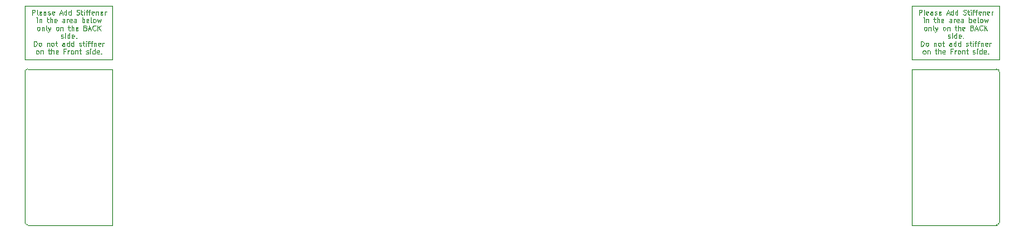
<source format=gbr>
%TF.GenerationSoftware,KiCad,Pcbnew,8.0.1*%
%TF.CreationDate,2024-12-29T01:01:08+09:00*%
%TF.ProjectId,FPC-MD-Main-002-20241229,4650432d-4d44-42d4-9d61-696e2d303032,rev?*%
%TF.SameCoordinates,Original*%
%TF.FileFunction,Other,Comment*%
%FSLAX46Y46*%
G04 Gerber Fmt 4.6, Leading zero omitted, Abs format (unit mm)*
G04 Created by KiCad (PCBNEW 8.0.1) date 2024-12-29 01:01:08*
%MOMM*%
%LPD*%
G01*
G04 APERTURE LIST*
%ADD10C,0.075000*%
%ADD11C,0.100000*%
G04 APERTURE END LIST*
D10*
X91738097Y13605090D02*
X91738097Y14105090D01*
X91738097Y14105090D02*
X91928573Y14105090D01*
X91928573Y14105090D02*
X91976192Y14081280D01*
X91976192Y14081280D02*
X92000002Y14057471D01*
X92000002Y14057471D02*
X92023811Y14009852D01*
X92023811Y14009852D02*
X92023811Y13938423D01*
X92023811Y13938423D02*
X92000002Y13890804D01*
X92000002Y13890804D02*
X91976192Y13866995D01*
X91976192Y13866995D02*
X91928573Y13843185D01*
X91928573Y13843185D02*
X91738097Y13843185D01*
X92309526Y13605090D02*
X92261907Y13628900D01*
X92261907Y13628900D02*
X92238097Y13676519D01*
X92238097Y13676519D02*
X92238097Y14105090D01*
X92690478Y13628900D02*
X92642859Y13605090D01*
X92642859Y13605090D02*
X92547621Y13605090D01*
X92547621Y13605090D02*
X92500002Y13628900D01*
X92500002Y13628900D02*
X92476193Y13676519D01*
X92476193Y13676519D02*
X92476193Y13866995D01*
X92476193Y13866995D02*
X92500002Y13914614D01*
X92500002Y13914614D02*
X92547621Y13938423D01*
X92547621Y13938423D02*
X92642859Y13938423D01*
X92642859Y13938423D02*
X92690478Y13914614D01*
X92690478Y13914614D02*
X92714288Y13866995D01*
X92714288Y13866995D02*
X92714288Y13819376D01*
X92714288Y13819376D02*
X92476193Y13771757D01*
X93142859Y13605090D02*
X93142859Y13866995D01*
X93142859Y13866995D02*
X93119049Y13914614D01*
X93119049Y13914614D02*
X93071430Y13938423D01*
X93071430Y13938423D02*
X92976192Y13938423D01*
X92976192Y13938423D02*
X92928573Y13914614D01*
X93142859Y13628900D02*
X93095240Y13605090D01*
X93095240Y13605090D02*
X92976192Y13605090D01*
X92976192Y13605090D02*
X92928573Y13628900D01*
X92928573Y13628900D02*
X92904764Y13676519D01*
X92904764Y13676519D02*
X92904764Y13724138D01*
X92904764Y13724138D02*
X92928573Y13771757D01*
X92928573Y13771757D02*
X92976192Y13795566D01*
X92976192Y13795566D02*
X93095240Y13795566D01*
X93095240Y13795566D02*
X93142859Y13819376D01*
X93357145Y13628900D02*
X93404764Y13605090D01*
X93404764Y13605090D02*
X93500002Y13605090D01*
X93500002Y13605090D02*
X93547621Y13628900D01*
X93547621Y13628900D02*
X93571430Y13676519D01*
X93571430Y13676519D02*
X93571430Y13700328D01*
X93571430Y13700328D02*
X93547621Y13747947D01*
X93547621Y13747947D02*
X93500002Y13771757D01*
X93500002Y13771757D02*
X93428573Y13771757D01*
X93428573Y13771757D02*
X93380954Y13795566D01*
X93380954Y13795566D02*
X93357145Y13843185D01*
X93357145Y13843185D02*
X93357145Y13866995D01*
X93357145Y13866995D02*
X93380954Y13914614D01*
X93380954Y13914614D02*
X93428573Y13938423D01*
X93428573Y13938423D02*
X93500002Y13938423D01*
X93500002Y13938423D02*
X93547621Y13914614D01*
X93976192Y13628900D02*
X93928573Y13605090D01*
X93928573Y13605090D02*
X93833335Y13605090D01*
X93833335Y13605090D02*
X93785716Y13628900D01*
X93785716Y13628900D02*
X93761907Y13676519D01*
X93761907Y13676519D02*
X93761907Y13866995D01*
X93761907Y13866995D02*
X93785716Y13914614D01*
X93785716Y13914614D02*
X93833335Y13938423D01*
X93833335Y13938423D02*
X93928573Y13938423D01*
X93928573Y13938423D02*
X93976192Y13914614D01*
X93976192Y13914614D02*
X94000002Y13866995D01*
X94000002Y13866995D02*
X94000002Y13819376D01*
X94000002Y13819376D02*
X93761907Y13771757D01*
X94571430Y13747947D02*
X94809525Y13747947D01*
X94523811Y13605090D02*
X94690477Y14105090D01*
X94690477Y14105090D02*
X94857144Y13605090D01*
X95238096Y13605090D02*
X95238096Y14105090D01*
X95238096Y13628900D02*
X95190477Y13605090D01*
X95190477Y13605090D02*
X95095239Y13605090D01*
X95095239Y13605090D02*
X95047620Y13628900D01*
X95047620Y13628900D02*
X95023810Y13652709D01*
X95023810Y13652709D02*
X95000001Y13700328D01*
X95000001Y13700328D02*
X95000001Y13843185D01*
X95000001Y13843185D02*
X95023810Y13890804D01*
X95023810Y13890804D02*
X95047620Y13914614D01*
X95047620Y13914614D02*
X95095239Y13938423D01*
X95095239Y13938423D02*
X95190477Y13938423D01*
X95190477Y13938423D02*
X95238096Y13914614D01*
X95690477Y13605090D02*
X95690477Y14105090D01*
X95690477Y13628900D02*
X95642858Y13605090D01*
X95642858Y13605090D02*
X95547620Y13605090D01*
X95547620Y13605090D02*
X95500001Y13628900D01*
X95500001Y13628900D02*
X95476191Y13652709D01*
X95476191Y13652709D02*
X95452382Y13700328D01*
X95452382Y13700328D02*
X95452382Y13843185D01*
X95452382Y13843185D02*
X95476191Y13890804D01*
X95476191Y13890804D02*
X95500001Y13914614D01*
X95500001Y13914614D02*
X95547620Y13938423D01*
X95547620Y13938423D02*
X95642858Y13938423D01*
X95642858Y13938423D02*
X95690477Y13914614D01*
X96285715Y13628900D02*
X96357143Y13605090D01*
X96357143Y13605090D02*
X96476191Y13605090D01*
X96476191Y13605090D02*
X96523810Y13628900D01*
X96523810Y13628900D02*
X96547619Y13652709D01*
X96547619Y13652709D02*
X96571429Y13700328D01*
X96571429Y13700328D02*
X96571429Y13747947D01*
X96571429Y13747947D02*
X96547619Y13795566D01*
X96547619Y13795566D02*
X96523810Y13819376D01*
X96523810Y13819376D02*
X96476191Y13843185D01*
X96476191Y13843185D02*
X96380953Y13866995D01*
X96380953Y13866995D02*
X96333334Y13890804D01*
X96333334Y13890804D02*
X96309524Y13914614D01*
X96309524Y13914614D02*
X96285715Y13962233D01*
X96285715Y13962233D02*
X96285715Y14009852D01*
X96285715Y14009852D02*
X96309524Y14057471D01*
X96309524Y14057471D02*
X96333334Y14081280D01*
X96333334Y14081280D02*
X96380953Y14105090D01*
X96380953Y14105090D02*
X96500000Y14105090D01*
X96500000Y14105090D02*
X96571429Y14081280D01*
X96714286Y13938423D02*
X96904762Y13938423D01*
X96785714Y14105090D02*
X96785714Y13676519D01*
X96785714Y13676519D02*
X96809524Y13628900D01*
X96809524Y13628900D02*
X96857143Y13605090D01*
X96857143Y13605090D02*
X96904762Y13605090D01*
X97071428Y13605090D02*
X97071428Y13938423D01*
X97071428Y14105090D02*
X97047619Y14081280D01*
X97047619Y14081280D02*
X97071428Y14057471D01*
X97071428Y14057471D02*
X97095238Y14081280D01*
X97095238Y14081280D02*
X97071428Y14105090D01*
X97071428Y14105090D02*
X97071428Y14057471D01*
X97238095Y13938423D02*
X97428571Y13938423D01*
X97309523Y13605090D02*
X97309523Y14033661D01*
X97309523Y14033661D02*
X97333333Y14081280D01*
X97333333Y14081280D02*
X97380952Y14105090D01*
X97380952Y14105090D02*
X97428571Y14105090D01*
X97523809Y13938423D02*
X97714285Y13938423D01*
X97595237Y13605090D02*
X97595237Y14033661D01*
X97595237Y14033661D02*
X97619047Y14081280D01*
X97619047Y14081280D02*
X97666666Y14105090D01*
X97666666Y14105090D02*
X97714285Y14105090D01*
X98071427Y13628900D02*
X98023808Y13605090D01*
X98023808Y13605090D02*
X97928570Y13605090D01*
X97928570Y13605090D02*
X97880951Y13628900D01*
X97880951Y13628900D02*
X97857142Y13676519D01*
X97857142Y13676519D02*
X97857142Y13866995D01*
X97857142Y13866995D02*
X97880951Y13914614D01*
X97880951Y13914614D02*
X97928570Y13938423D01*
X97928570Y13938423D02*
X98023808Y13938423D01*
X98023808Y13938423D02*
X98071427Y13914614D01*
X98071427Y13914614D02*
X98095237Y13866995D01*
X98095237Y13866995D02*
X98095237Y13819376D01*
X98095237Y13819376D02*
X97857142Y13771757D01*
X98309522Y13938423D02*
X98309522Y13605090D01*
X98309522Y13890804D02*
X98333332Y13914614D01*
X98333332Y13914614D02*
X98380951Y13938423D01*
X98380951Y13938423D02*
X98452379Y13938423D01*
X98452379Y13938423D02*
X98499998Y13914614D01*
X98499998Y13914614D02*
X98523808Y13866995D01*
X98523808Y13866995D02*
X98523808Y13605090D01*
X98952379Y13628900D02*
X98904760Y13605090D01*
X98904760Y13605090D02*
X98809522Y13605090D01*
X98809522Y13605090D02*
X98761903Y13628900D01*
X98761903Y13628900D02*
X98738094Y13676519D01*
X98738094Y13676519D02*
X98738094Y13866995D01*
X98738094Y13866995D02*
X98761903Y13914614D01*
X98761903Y13914614D02*
X98809522Y13938423D01*
X98809522Y13938423D02*
X98904760Y13938423D01*
X98904760Y13938423D02*
X98952379Y13914614D01*
X98952379Y13914614D02*
X98976189Y13866995D01*
X98976189Y13866995D02*
X98976189Y13819376D01*
X98976189Y13819376D02*
X98738094Y13771757D01*
X99190474Y13605090D02*
X99190474Y13938423D01*
X99190474Y13843185D02*
X99214284Y13890804D01*
X99214284Y13890804D02*
X99238093Y13914614D01*
X99238093Y13914614D02*
X99285712Y13938423D01*
X99285712Y13938423D02*
X99333331Y13938423D01*
X92238096Y12800118D02*
X92238096Y13133451D01*
X92238096Y13300118D02*
X92214287Y13276308D01*
X92214287Y13276308D02*
X92238096Y13252499D01*
X92238096Y13252499D02*
X92261906Y13276308D01*
X92261906Y13276308D02*
X92238096Y13300118D01*
X92238096Y13300118D02*
X92238096Y13252499D01*
X92476191Y13133451D02*
X92476191Y12800118D01*
X92476191Y13085832D02*
X92500001Y13109642D01*
X92500001Y13109642D02*
X92547620Y13133451D01*
X92547620Y13133451D02*
X92619048Y13133451D01*
X92619048Y13133451D02*
X92666667Y13109642D01*
X92666667Y13109642D02*
X92690477Y13062023D01*
X92690477Y13062023D02*
X92690477Y12800118D01*
X93238096Y13133451D02*
X93428572Y13133451D01*
X93309524Y13300118D02*
X93309524Y12871547D01*
X93309524Y12871547D02*
X93333334Y12823928D01*
X93333334Y12823928D02*
X93380953Y12800118D01*
X93380953Y12800118D02*
X93428572Y12800118D01*
X93595238Y12800118D02*
X93595238Y13300118D01*
X93809524Y12800118D02*
X93809524Y13062023D01*
X93809524Y13062023D02*
X93785714Y13109642D01*
X93785714Y13109642D02*
X93738095Y13133451D01*
X93738095Y13133451D02*
X93666667Y13133451D01*
X93666667Y13133451D02*
X93619048Y13109642D01*
X93619048Y13109642D02*
X93595238Y13085832D01*
X94238095Y12823928D02*
X94190476Y12800118D01*
X94190476Y12800118D02*
X94095238Y12800118D01*
X94095238Y12800118D02*
X94047619Y12823928D01*
X94047619Y12823928D02*
X94023810Y12871547D01*
X94023810Y12871547D02*
X94023810Y13062023D01*
X94023810Y13062023D02*
X94047619Y13109642D01*
X94047619Y13109642D02*
X94095238Y13133451D01*
X94095238Y13133451D02*
X94190476Y13133451D01*
X94190476Y13133451D02*
X94238095Y13109642D01*
X94238095Y13109642D02*
X94261905Y13062023D01*
X94261905Y13062023D02*
X94261905Y13014404D01*
X94261905Y13014404D02*
X94023810Y12966785D01*
X95071428Y12800118D02*
X95071428Y13062023D01*
X95071428Y13062023D02*
X95047618Y13109642D01*
X95047618Y13109642D02*
X94999999Y13133451D01*
X94999999Y13133451D02*
X94904761Y13133451D01*
X94904761Y13133451D02*
X94857142Y13109642D01*
X95071428Y12823928D02*
X95023809Y12800118D01*
X95023809Y12800118D02*
X94904761Y12800118D01*
X94904761Y12800118D02*
X94857142Y12823928D01*
X94857142Y12823928D02*
X94833333Y12871547D01*
X94833333Y12871547D02*
X94833333Y12919166D01*
X94833333Y12919166D02*
X94857142Y12966785D01*
X94857142Y12966785D02*
X94904761Y12990594D01*
X94904761Y12990594D02*
X95023809Y12990594D01*
X95023809Y12990594D02*
X95071428Y13014404D01*
X95309523Y12800118D02*
X95309523Y13133451D01*
X95309523Y13038213D02*
X95333333Y13085832D01*
X95333333Y13085832D02*
X95357142Y13109642D01*
X95357142Y13109642D02*
X95404761Y13133451D01*
X95404761Y13133451D02*
X95452380Y13133451D01*
X95809523Y12823928D02*
X95761904Y12800118D01*
X95761904Y12800118D02*
X95666666Y12800118D01*
X95666666Y12800118D02*
X95619047Y12823928D01*
X95619047Y12823928D02*
X95595238Y12871547D01*
X95595238Y12871547D02*
X95595238Y13062023D01*
X95595238Y13062023D02*
X95619047Y13109642D01*
X95619047Y13109642D02*
X95666666Y13133451D01*
X95666666Y13133451D02*
X95761904Y13133451D01*
X95761904Y13133451D02*
X95809523Y13109642D01*
X95809523Y13109642D02*
X95833333Y13062023D01*
X95833333Y13062023D02*
X95833333Y13014404D01*
X95833333Y13014404D02*
X95595238Y12966785D01*
X96261904Y12800118D02*
X96261904Y13062023D01*
X96261904Y13062023D02*
X96238094Y13109642D01*
X96238094Y13109642D02*
X96190475Y13133451D01*
X96190475Y13133451D02*
X96095237Y13133451D01*
X96095237Y13133451D02*
X96047618Y13109642D01*
X96261904Y12823928D02*
X96214285Y12800118D01*
X96214285Y12800118D02*
X96095237Y12800118D01*
X96095237Y12800118D02*
X96047618Y12823928D01*
X96047618Y12823928D02*
X96023809Y12871547D01*
X96023809Y12871547D02*
X96023809Y12919166D01*
X96023809Y12919166D02*
X96047618Y12966785D01*
X96047618Y12966785D02*
X96095237Y12990594D01*
X96095237Y12990594D02*
X96214285Y12990594D01*
X96214285Y12990594D02*
X96261904Y13014404D01*
X96880951Y12800118D02*
X96880951Y13300118D01*
X96880951Y13109642D02*
X96928570Y13133451D01*
X96928570Y13133451D02*
X97023808Y13133451D01*
X97023808Y13133451D02*
X97071427Y13109642D01*
X97071427Y13109642D02*
X97095237Y13085832D01*
X97095237Y13085832D02*
X97119046Y13038213D01*
X97119046Y13038213D02*
X97119046Y12895356D01*
X97119046Y12895356D02*
X97095237Y12847737D01*
X97095237Y12847737D02*
X97071427Y12823928D01*
X97071427Y12823928D02*
X97023808Y12800118D01*
X97023808Y12800118D02*
X96928570Y12800118D01*
X96928570Y12800118D02*
X96880951Y12823928D01*
X97523808Y12823928D02*
X97476189Y12800118D01*
X97476189Y12800118D02*
X97380951Y12800118D01*
X97380951Y12800118D02*
X97333332Y12823928D01*
X97333332Y12823928D02*
X97309523Y12871547D01*
X97309523Y12871547D02*
X97309523Y13062023D01*
X97309523Y13062023D02*
X97333332Y13109642D01*
X97333332Y13109642D02*
X97380951Y13133451D01*
X97380951Y13133451D02*
X97476189Y13133451D01*
X97476189Y13133451D02*
X97523808Y13109642D01*
X97523808Y13109642D02*
X97547618Y13062023D01*
X97547618Y13062023D02*
X97547618Y13014404D01*
X97547618Y13014404D02*
X97309523Y12966785D01*
X97833332Y12800118D02*
X97785713Y12823928D01*
X97785713Y12823928D02*
X97761903Y12871547D01*
X97761903Y12871547D02*
X97761903Y13300118D01*
X98095237Y12800118D02*
X98047618Y12823928D01*
X98047618Y12823928D02*
X98023808Y12847737D01*
X98023808Y12847737D02*
X97999999Y12895356D01*
X97999999Y12895356D02*
X97999999Y13038213D01*
X97999999Y13038213D02*
X98023808Y13085832D01*
X98023808Y13085832D02*
X98047618Y13109642D01*
X98047618Y13109642D02*
X98095237Y13133451D01*
X98095237Y13133451D02*
X98166665Y13133451D01*
X98166665Y13133451D02*
X98214284Y13109642D01*
X98214284Y13109642D02*
X98238094Y13085832D01*
X98238094Y13085832D02*
X98261903Y13038213D01*
X98261903Y13038213D02*
X98261903Y12895356D01*
X98261903Y12895356D02*
X98238094Y12847737D01*
X98238094Y12847737D02*
X98214284Y12823928D01*
X98214284Y12823928D02*
X98166665Y12800118D01*
X98166665Y12800118D02*
X98095237Y12800118D01*
X98428570Y13133451D02*
X98523808Y12800118D01*
X98523808Y12800118D02*
X98619046Y13038213D01*
X98619046Y13038213D02*
X98714284Y12800118D01*
X98714284Y12800118D02*
X98809522Y13133451D01*
X92345239Y11995146D02*
X92297620Y12018956D01*
X92297620Y12018956D02*
X92273810Y12042765D01*
X92273810Y12042765D02*
X92250001Y12090384D01*
X92250001Y12090384D02*
X92250001Y12233241D01*
X92250001Y12233241D02*
X92273810Y12280860D01*
X92273810Y12280860D02*
X92297620Y12304670D01*
X92297620Y12304670D02*
X92345239Y12328479D01*
X92345239Y12328479D02*
X92416667Y12328479D01*
X92416667Y12328479D02*
X92464286Y12304670D01*
X92464286Y12304670D02*
X92488096Y12280860D01*
X92488096Y12280860D02*
X92511905Y12233241D01*
X92511905Y12233241D02*
X92511905Y12090384D01*
X92511905Y12090384D02*
X92488096Y12042765D01*
X92488096Y12042765D02*
X92464286Y12018956D01*
X92464286Y12018956D02*
X92416667Y11995146D01*
X92416667Y11995146D02*
X92345239Y11995146D01*
X92726191Y12328479D02*
X92726191Y11995146D01*
X92726191Y12280860D02*
X92750001Y12304670D01*
X92750001Y12304670D02*
X92797620Y12328479D01*
X92797620Y12328479D02*
X92869048Y12328479D01*
X92869048Y12328479D02*
X92916667Y12304670D01*
X92916667Y12304670D02*
X92940477Y12257051D01*
X92940477Y12257051D02*
X92940477Y11995146D01*
X93250001Y11995146D02*
X93202382Y12018956D01*
X93202382Y12018956D02*
X93178572Y12066575D01*
X93178572Y12066575D02*
X93178572Y12495146D01*
X93392858Y12328479D02*
X93511906Y11995146D01*
X93630953Y12328479D02*
X93511906Y11995146D01*
X93511906Y11995146D02*
X93464287Y11876098D01*
X93464287Y11876098D02*
X93440477Y11852289D01*
X93440477Y11852289D02*
X93392858Y11828479D01*
X94273810Y11995146D02*
X94226191Y12018956D01*
X94226191Y12018956D02*
X94202381Y12042765D01*
X94202381Y12042765D02*
X94178572Y12090384D01*
X94178572Y12090384D02*
X94178572Y12233241D01*
X94178572Y12233241D02*
X94202381Y12280860D01*
X94202381Y12280860D02*
X94226191Y12304670D01*
X94226191Y12304670D02*
X94273810Y12328479D01*
X94273810Y12328479D02*
X94345238Y12328479D01*
X94345238Y12328479D02*
X94392857Y12304670D01*
X94392857Y12304670D02*
X94416667Y12280860D01*
X94416667Y12280860D02*
X94440476Y12233241D01*
X94440476Y12233241D02*
X94440476Y12090384D01*
X94440476Y12090384D02*
X94416667Y12042765D01*
X94416667Y12042765D02*
X94392857Y12018956D01*
X94392857Y12018956D02*
X94345238Y11995146D01*
X94345238Y11995146D02*
X94273810Y11995146D01*
X94654762Y12328479D02*
X94654762Y11995146D01*
X94654762Y12280860D02*
X94678572Y12304670D01*
X94678572Y12304670D02*
X94726191Y12328479D01*
X94726191Y12328479D02*
X94797619Y12328479D01*
X94797619Y12328479D02*
X94845238Y12304670D01*
X94845238Y12304670D02*
X94869048Y12257051D01*
X94869048Y12257051D02*
X94869048Y11995146D01*
X95416667Y12328479D02*
X95607143Y12328479D01*
X95488095Y12495146D02*
X95488095Y12066575D01*
X95488095Y12066575D02*
X95511905Y12018956D01*
X95511905Y12018956D02*
X95559524Y11995146D01*
X95559524Y11995146D02*
X95607143Y11995146D01*
X95773809Y11995146D02*
X95773809Y12495146D01*
X95988095Y11995146D02*
X95988095Y12257051D01*
X95988095Y12257051D02*
X95964285Y12304670D01*
X95964285Y12304670D02*
X95916666Y12328479D01*
X95916666Y12328479D02*
X95845238Y12328479D01*
X95845238Y12328479D02*
X95797619Y12304670D01*
X95797619Y12304670D02*
X95773809Y12280860D01*
X96416666Y12018956D02*
X96369047Y11995146D01*
X96369047Y11995146D02*
X96273809Y11995146D01*
X96273809Y11995146D02*
X96226190Y12018956D01*
X96226190Y12018956D02*
X96202381Y12066575D01*
X96202381Y12066575D02*
X96202381Y12257051D01*
X96202381Y12257051D02*
X96226190Y12304670D01*
X96226190Y12304670D02*
X96273809Y12328479D01*
X96273809Y12328479D02*
X96369047Y12328479D01*
X96369047Y12328479D02*
X96416666Y12304670D01*
X96416666Y12304670D02*
X96440476Y12257051D01*
X96440476Y12257051D02*
X96440476Y12209432D01*
X96440476Y12209432D02*
X96202381Y12161813D01*
X97202380Y12257051D02*
X97273808Y12233241D01*
X97273808Y12233241D02*
X97297618Y12209432D01*
X97297618Y12209432D02*
X97321427Y12161813D01*
X97321427Y12161813D02*
X97321427Y12090384D01*
X97321427Y12090384D02*
X97297618Y12042765D01*
X97297618Y12042765D02*
X97273808Y12018956D01*
X97273808Y12018956D02*
X97226189Y11995146D01*
X97226189Y11995146D02*
X97035713Y11995146D01*
X97035713Y11995146D02*
X97035713Y12495146D01*
X97035713Y12495146D02*
X97202380Y12495146D01*
X97202380Y12495146D02*
X97249999Y12471336D01*
X97249999Y12471336D02*
X97273808Y12447527D01*
X97273808Y12447527D02*
X97297618Y12399908D01*
X97297618Y12399908D02*
X97297618Y12352289D01*
X97297618Y12352289D02*
X97273808Y12304670D01*
X97273808Y12304670D02*
X97249999Y12280860D01*
X97249999Y12280860D02*
X97202380Y12257051D01*
X97202380Y12257051D02*
X97035713Y12257051D01*
X97511904Y12138003D02*
X97749999Y12138003D01*
X97464285Y11995146D02*
X97630951Y12495146D01*
X97630951Y12495146D02*
X97797618Y11995146D01*
X98249998Y12042765D02*
X98226189Y12018956D01*
X98226189Y12018956D02*
X98154760Y11995146D01*
X98154760Y11995146D02*
X98107141Y11995146D01*
X98107141Y11995146D02*
X98035713Y12018956D01*
X98035713Y12018956D02*
X97988094Y12066575D01*
X97988094Y12066575D02*
X97964284Y12114194D01*
X97964284Y12114194D02*
X97940475Y12209432D01*
X97940475Y12209432D02*
X97940475Y12280860D01*
X97940475Y12280860D02*
X97964284Y12376098D01*
X97964284Y12376098D02*
X97988094Y12423717D01*
X97988094Y12423717D02*
X98035713Y12471336D01*
X98035713Y12471336D02*
X98107141Y12495146D01*
X98107141Y12495146D02*
X98154760Y12495146D01*
X98154760Y12495146D02*
X98226189Y12471336D01*
X98226189Y12471336D02*
X98249998Y12447527D01*
X98464284Y11995146D02*
X98464284Y12495146D01*
X98749998Y11995146D02*
X98535713Y12280860D01*
X98749998Y12495146D02*
X98464284Y12209432D01*
X94714286Y11213984D02*
X94761905Y11190174D01*
X94761905Y11190174D02*
X94857143Y11190174D01*
X94857143Y11190174D02*
X94904762Y11213984D01*
X94904762Y11213984D02*
X94928571Y11261603D01*
X94928571Y11261603D02*
X94928571Y11285412D01*
X94928571Y11285412D02*
X94904762Y11333031D01*
X94904762Y11333031D02*
X94857143Y11356841D01*
X94857143Y11356841D02*
X94785714Y11356841D01*
X94785714Y11356841D02*
X94738095Y11380650D01*
X94738095Y11380650D02*
X94714286Y11428269D01*
X94714286Y11428269D02*
X94714286Y11452079D01*
X94714286Y11452079D02*
X94738095Y11499698D01*
X94738095Y11499698D02*
X94785714Y11523507D01*
X94785714Y11523507D02*
X94857143Y11523507D01*
X94857143Y11523507D02*
X94904762Y11499698D01*
X95142857Y11190174D02*
X95142857Y11523507D01*
X95142857Y11690174D02*
X95119048Y11666364D01*
X95119048Y11666364D02*
X95142857Y11642555D01*
X95142857Y11642555D02*
X95166667Y11666364D01*
X95166667Y11666364D02*
X95142857Y11690174D01*
X95142857Y11690174D02*
X95142857Y11642555D01*
X95595238Y11190174D02*
X95595238Y11690174D01*
X95595238Y11213984D02*
X95547619Y11190174D01*
X95547619Y11190174D02*
X95452381Y11190174D01*
X95452381Y11190174D02*
X95404762Y11213984D01*
X95404762Y11213984D02*
X95380952Y11237793D01*
X95380952Y11237793D02*
X95357143Y11285412D01*
X95357143Y11285412D02*
X95357143Y11428269D01*
X95357143Y11428269D02*
X95380952Y11475888D01*
X95380952Y11475888D02*
X95404762Y11499698D01*
X95404762Y11499698D02*
X95452381Y11523507D01*
X95452381Y11523507D02*
X95547619Y11523507D01*
X95547619Y11523507D02*
X95595238Y11499698D01*
X96023809Y11213984D02*
X95976190Y11190174D01*
X95976190Y11190174D02*
X95880952Y11190174D01*
X95880952Y11190174D02*
X95833333Y11213984D01*
X95833333Y11213984D02*
X95809524Y11261603D01*
X95809524Y11261603D02*
X95809524Y11452079D01*
X95809524Y11452079D02*
X95833333Y11499698D01*
X95833333Y11499698D02*
X95880952Y11523507D01*
X95880952Y11523507D02*
X95976190Y11523507D01*
X95976190Y11523507D02*
X96023809Y11499698D01*
X96023809Y11499698D02*
X96047619Y11452079D01*
X96047619Y11452079D02*
X96047619Y11404460D01*
X96047619Y11404460D02*
X95809524Y11356841D01*
X96261904Y11237793D02*
X96285714Y11213984D01*
X96285714Y11213984D02*
X96261904Y11190174D01*
X96261904Y11190174D02*
X96238095Y11213984D01*
X96238095Y11213984D02*
X96261904Y11237793D01*
X96261904Y11237793D02*
X96261904Y11190174D01*
X91952382Y10385202D02*
X91952382Y10885202D01*
X91952382Y10885202D02*
X92071430Y10885202D01*
X92071430Y10885202D02*
X92142858Y10861392D01*
X92142858Y10861392D02*
X92190477Y10813773D01*
X92190477Y10813773D02*
X92214287Y10766154D01*
X92214287Y10766154D02*
X92238096Y10670916D01*
X92238096Y10670916D02*
X92238096Y10599488D01*
X92238096Y10599488D02*
X92214287Y10504250D01*
X92214287Y10504250D02*
X92190477Y10456631D01*
X92190477Y10456631D02*
X92142858Y10409012D01*
X92142858Y10409012D02*
X92071430Y10385202D01*
X92071430Y10385202D02*
X91952382Y10385202D01*
X92523811Y10385202D02*
X92476192Y10409012D01*
X92476192Y10409012D02*
X92452382Y10432821D01*
X92452382Y10432821D02*
X92428573Y10480440D01*
X92428573Y10480440D02*
X92428573Y10623297D01*
X92428573Y10623297D02*
X92452382Y10670916D01*
X92452382Y10670916D02*
X92476192Y10694726D01*
X92476192Y10694726D02*
X92523811Y10718535D01*
X92523811Y10718535D02*
X92595239Y10718535D01*
X92595239Y10718535D02*
X92642858Y10694726D01*
X92642858Y10694726D02*
X92666668Y10670916D01*
X92666668Y10670916D02*
X92690477Y10623297D01*
X92690477Y10623297D02*
X92690477Y10480440D01*
X92690477Y10480440D02*
X92666668Y10432821D01*
X92666668Y10432821D02*
X92642858Y10409012D01*
X92642858Y10409012D02*
X92595239Y10385202D01*
X92595239Y10385202D02*
X92523811Y10385202D01*
X93285715Y10718535D02*
X93285715Y10385202D01*
X93285715Y10670916D02*
X93309525Y10694726D01*
X93309525Y10694726D02*
X93357144Y10718535D01*
X93357144Y10718535D02*
X93428572Y10718535D01*
X93428572Y10718535D02*
X93476191Y10694726D01*
X93476191Y10694726D02*
X93500001Y10647107D01*
X93500001Y10647107D02*
X93500001Y10385202D01*
X93809525Y10385202D02*
X93761906Y10409012D01*
X93761906Y10409012D02*
X93738096Y10432821D01*
X93738096Y10432821D02*
X93714287Y10480440D01*
X93714287Y10480440D02*
X93714287Y10623297D01*
X93714287Y10623297D02*
X93738096Y10670916D01*
X93738096Y10670916D02*
X93761906Y10694726D01*
X93761906Y10694726D02*
X93809525Y10718535D01*
X93809525Y10718535D02*
X93880953Y10718535D01*
X93880953Y10718535D02*
X93928572Y10694726D01*
X93928572Y10694726D02*
X93952382Y10670916D01*
X93952382Y10670916D02*
X93976191Y10623297D01*
X93976191Y10623297D02*
X93976191Y10480440D01*
X93976191Y10480440D02*
X93952382Y10432821D01*
X93952382Y10432821D02*
X93928572Y10409012D01*
X93928572Y10409012D02*
X93880953Y10385202D01*
X93880953Y10385202D02*
X93809525Y10385202D01*
X94119049Y10718535D02*
X94309525Y10718535D01*
X94190477Y10885202D02*
X94190477Y10456631D01*
X94190477Y10456631D02*
X94214287Y10409012D01*
X94214287Y10409012D02*
X94261906Y10385202D01*
X94261906Y10385202D02*
X94309525Y10385202D01*
X95071429Y10385202D02*
X95071429Y10647107D01*
X95071429Y10647107D02*
X95047619Y10694726D01*
X95047619Y10694726D02*
X95000000Y10718535D01*
X95000000Y10718535D02*
X94904762Y10718535D01*
X94904762Y10718535D02*
X94857143Y10694726D01*
X95071429Y10409012D02*
X95023810Y10385202D01*
X95023810Y10385202D02*
X94904762Y10385202D01*
X94904762Y10385202D02*
X94857143Y10409012D01*
X94857143Y10409012D02*
X94833334Y10456631D01*
X94833334Y10456631D02*
X94833334Y10504250D01*
X94833334Y10504250D02*
X94857143Y10551869D01*
X94857143Y10551869D02*
X94904762Y10575678D01*
X94904762Y10575678D02*
X95023810Y10575678D01*
X95023810Y10575678D02*
X95071429Y10599488D01*
X95523810Y10385202D02*
X95523810Y10885202D01*
X95523810Y10409012D02*
X95476191Y10385202D01*
X95476191Y10385202D02*
X95380953Y10385202D01*
X95380953Y10385202D02*
X95333334Y10409012D01*
X95333334Y10409012D02*
X95309524Y10432821D01*
X95309524Y10432821D02*
X95285715Y10480440D01*
X95285715Y10480440D02*
X95285715Y10623297D01*
X95285715Y10623297D02*
X95309524Y10670916D01*
X95309524Y10670916D02*
X95333334Y10694726D01*
X95333334Y10694726D02*
X95380953Y10718535D01*
X95380953Y10718535D02*
X95476191Y10718535D01*
X95476191Y10718535D02*
X95523810Y10694726D01*
X95976191Y10385202D02*
X95976191Y10885202D01*
X95976191Y10409012D02*
X95928572Y10385202D01*
X95928572Y10385202D02*
X95833334Y10385202D01*
X95833334Y10385202D02*
X95785715Y10409012D01*
X95785715Y10409012D02*
X95761905Y10432821D01*
X95761905Y10432821D02*
X95738096Y10480440D01*
X95738096Y10480440D02*
X95738096Y10623297D01*
X95738096Y10623297D02*
X95761905Y10670916D01*
X95761905Y10670916D02*
X95785715Y10694726D01*
X95785715Y10694726D02*
X95833334Y10718535D01*
X95833334Y10718535D02*
X95928572Y10718535D01*
X95928572Y10718535D02*
X95976191Y10694726D01*
X96571429Y10409012D02*
X96619048Y10385202D01*
X96619048Y10385202D02*
X96714286Y10385202D01*
X96714286Y10385202D02*
X96761905Y10409012D01*
X96761905Y10409012D02*
X96785714Y10456631D01*
X96785714Y10456631D02*
X96785714Y10480440D01*
X96785714Y10480440D02*
X96761905Y10528059D01*
X96761905Y10528059D02*
X96714286Y10551869D01*
X96714286Y10551869D02*
X96642857Y10551869D01*
X96642857Y10551869D02*
X96595238Y10575678D01*
X96595238Y10575678D02*
X96571429Y10623297D01*
X96571429Y10623297D02*
X96571429Y10647107D01*
X96571429Y10647107D02*
X96595238Y10694726D01*
X96595238Y10694726D02*
X96642857Y10718535D01*
X96642857Y10718535D02*
X96714286Y10718535D01*
X96714286Y10718535D02*
X96761905Y10694726D01*
X96928572Y10718535D02*
X97119048Y10718535D01*
X97000000Y10885202D02*
X97000000Y10456631D01*
X97000000Y10456631D02*
X97023810Y10409012D01*
X97023810Y10409012D02*
X97071429Y10385202D01*
X97071429Y10385202D02*
X97119048Y10385202D01*
X97285714Y10385202D02*
X97285714Y10718535D01*
X97285714Y10885202D02*
X97261905Y10861392D01*
X97261905Y10861392D02*
X97285714Y10837583D01*
X97285714Y10837583D02*
X97309524Y10861392D01*
X97309524Y10861392D02*
X97285714Y10885202D01*
X97285714Y10885202D02*
X97285714Y10837583D01*
X97452381Y10718535D02*
X97642857Y10718535D01*
X97523809Y10385202D02*
X97523809Y10813773D01*
X97523809Y10813773D02*
X97547619Y10861392D01*
X97547619Y10861392D02*
X97595238Y10885202D01*
X97595238Y10885202D02*
X97642857Y10885202D01*
X97738095Y10718535D02*
X97928571Y10718535D01*
X97809523Y10385202D02*
X97809523Y10813773D01*
X97809523Y10813773D02*
X97833333Y10861392D01*
X97833333Y10861392D02*
X97880952Y10885202D01*
X97880952Y10885202D02*
X97928571Y10885202D01*
X98095237Y10718535D02*
X98095237Y10385202D01*
X98095237Y10670916D02*
X98119047Y10694726D01*
X98119047Y10694726D02*
X98166666Y10718535D01*
X98166666Y10718535D02*
X98238094Y10718535D01*
X98238094Y10718535D02*
X98285713Y10694726D01*
X98285713Y10694726D02*
X98309523Y10647107D01*
X98309523Y10647107D02*
X98309523Y10385202D01*
X98738094Y10409012D02*
X98690475Y10385202D01*
X98690475Y10385202D02*
X98595237Y10385202D01*
X98595237Y10385202D02*
X98547618Y10409012D01*
X98547618Y10409012D02*
X98523809Y10456631D01*
X98523809Y10456631D02*
X98523809Y10647107D01*
X98523809Y10647107D02*
X98547618Y10694726D01*
X98547618Y10694726D02*
X98595237Y10718535D01*
X98595237Y10718535D02*
X98690475Y10718535D01*
X98690475Y10718535D02*
X98738094Y10694726D01*
X98738094Y10694726D02*
X98761904Y10647107D01*
X98761904Y10647107D02*
X98761904Y10599488D01*
X98761904Y10599488D02*
X98523809Y10551869D01*
X98976189Y10385202D02*
X98976189Y10718535D01*
X98976189Y10623297D02*
X98999999Y10670916D01*
X98999999Y10670916D02*
X99023808Y10694726D01*
X99023808Y10694726D02*
X99071427Y10718535D01*
X99071427Y10718535D02*
X99119046Y10718535D01*
X92238097Y9580230D02*
X92190478Y9604040D01*
X92190478Y9604040D02*
X92166668Y9627849D01*
X92166668Y9627849D02*
X92142859Y9675468D01*
X92142859Y9675468D02*
X92142859Y9818325D01*
X92142859Y9818325D02*
X92166668Y9865944D01*
X92166668Y9865944D02*
X92190478Y9889754D01*
X92190478Y9889754D02*
X92238097Y9913563D01*
X92238097Y9913563D02*
X92309525Y9913563D01*
X92309525Y9913563D02*
X92357144Y9889754D01*
X92357144Y9889754D02*
X92380954Y9865944D01*
X92380954Y9865944D02*
X92404763Y9818325D01*
X92404763Y9818325D02*
X92404763Y9675468D01*
X92404763Y9675468D02*
X92380954Y9627849D01*
X92380954Y9627849D02*
X92357144Y9604040D01*
X92357144Y9604040D02*
X92309525Y9580230D01*
X92309525Y9580230D02*
X92238097Y9580230D01*
X92619049Y9913563D02*
X92619049Y9580230D01*
X92619049Y9865944D02*
X92642859Y9889754D01*
X92642859Y9889754D02*
X92690478Y9913563D01*
X92690478Y9913563D02*
X92761906Y9913563D01*
X92761906Y9913563D02*
X92809525Y9889754D01*
X92809525Y9889754D02*
X92833335Y9842135D01*
X92833335Y9842135D02*
X92833335Y9580230D01*
X93380954Y9913563D02*
X93571430Y9913563D01*
X93452382Y10080230D02*
X93452382Y9651659D01*
X93452382Y9651659D02*
X93476192Y9604040D01*
X93476192Y9604040D02*
X93523811Y9580230D01*
X93523811Y9580230D02*
X93571430Y9580230D01*
X93738096Y9580230D02*
X93738096Y10080230D01*
X93952382Y9580230D02*
X93952382Y9842135D01*
X93952382Y9842135D02*
X93928572Y9889754D01*
X93928572Y9889754D02*
X93880953Y9913563D01*
X93880953Y9913563D02*
X93809525Y9913563D01*
X93809525Y9913563D02*
X93761906Y9889754D01*
X93761906Y9889754D02*
X93738096Y9865944D01*
X94380953Y9604040D02*
X94333334Y9580230D01*
X94333334Y9580230D02*
X94238096Y9580230D01*
X94238096Y9580230D02*
X94190477Y9604040D01*
X94190477Y9604040D02*
X94166668Y9651659D01*
X94166668Y9651659D02*
X94166668Y9842135D01*
X94166668Y9842135D02*
X94190477Y9889754D01*
X94190477Y9889754D02*
X94238096Y9913563D01*
X94238096Y9913563D02*
X94333334Y9913563D01*
X94333334Y9913563D02*
X94380953Y9889754D01*
X94380953Y9889754D02*
X94404763Y9842135D01*
X94404763Y9842135D02*
X94404763Y9794516D01*
X94404763Y9794516D02*
X94166668Y9746897D01*
X95166667Y9842135D02*
X95000000Y9842135D01*
X95000000Y9580230D02*
X95000000Y10080230D01*
X95000000Y10080230D02*
X95238095Y10080230D01*
X95428571Y9580230D02*
X95428571Y9913563D01*
X95428571Y9818325D02*
X95452381Y9865944D01*
X95452381Y9865944D02*
X95476190Y9889754D01*
X95476190Y9889754D02*
X95523809Y9913563D01*
X95523809Y9913563D02*
X95571428Y9913563D01*
X95809524Y9580230D02*
X95761905Y9604040D01*
X95761905Y9604040D02*
X95738095Y9627849D01*
X95738095Y9627849D02*
X95714286Y9675468D01*
X95714286Y9675468D02*
X95714286Y9818325D01*
X95714286Y9818325D02*
X95738095Y9865944D01*
X95738095Y9865944D02*
X95761905Y9889754D01*
X95761905Y9889754D02*
X95809524Y9913563D01*
X95809524Y9913563D02*
X95880952Y9913563D01*
X95880952Y9913563D02*
X95928571Y9889754D01*
X95928571Y9889754D02*
X95952381Y9865944D01*
X95952381Y9865944D02*
X95976190Y9818325D01*
X95976190Y9818325D02*
X95976190Y9675468D01*
X95976190Y9675468D02*
X95952381Y9627849D01*
X95952381Y9627849D02*
X95928571Y9604040D01*
X95928571Y9604040D02*
X95880952Y9580230D01*
X95880952Y9580230D02*
X95809524Y9580230D01*
X96190476Y9913563D02*
X96190476Y9580230D01*
X96190476Y9865944D02*
X96214286Y9889754D01*
X96214286Y9889754D02*
X96261905Y9913563D01*
X96261905Y9913563D02*
X96333333Y9913563D01*
X96333333Y9913563D02*
X96380952Y9889754D01*
X96380952Y9889754D02*
X96404762Y9842135D01*
X96404762Y9842135D02*
X96404762Y9580230D01*
X96571429Y9913563D02*
X96761905Y9913563D01*
X96642857Y10080230D02*
X96642857Y9651659D01*
X96642857Y9651659D02*
X96666667Y9604040D01*
X96666667Y9604040D02*
X96714286Y9580230D01*
X96714286Y9580230D02*
X96761905Y9580230D01*
X97285714Y9604040D02*
X97333333Y9580230D01*
X97333333Y9580230D02*
X97428571Y9580230D01*
X97428571Y9580230D02*
X97476190Y9604040D01*
X97476190Y9604040D02*
X97499999Y9651659D01*
X97499999Y9651659D02*
X97499999Y9675468D01*
X97499999Y9675468D02*
X97476190Y9723087D01*
X97476190Y9723087D02*
X97428571Y9746897D01*
X97428571Y9746897D02*
X97357142Y9746897D01*
X97357142Y9746897D02*
X97309523Y9770706D01*
X97309523Y9770706D02*
X97285714Y9818325D01*
X97285714Y9818325D02*
X97285714Y9842135D01*
X97285714Y9842135D02*
X97309523Y9889754D01*
X97309523Y9889754D02*
X97357142Y9913563D01*
X97357142Y9913563D02*
X97428571Y9913563D01*
X97428571Y9913563D02*
X97476190Y9889754D01*
X97714285Y9580230D02*
X97714285Y9913563D01*
X97714285Y10080230D02*
X97690476Y10056420D01*
X97690476Y10056420D02*
X97714285Y10032611D01*
X97714285Y10032611D02*
X97738095Y10056420D01*
X97738095Y10056420D02*
X97714285Y10080230D01*
X97714285Y10080230D02*
X97714285Y10032611D01*
X98166666Y9580230D02*
X98166666Y10080230D01*
X98166666Y9604040D02*
X98119047Y9580230D01*
X98119047Y9580230D02*
X98023809Y9580230D01*
X98023809Y9580230D02*
X97976190Y9604040D01*
X97976190Y9604040D02*
X97952380Y9627849D01*
X97952380Y9627849D02*
X97928571Y9675468D01*
X97928571Y9675468D02*
X97928571Y9818325D01*
X97928571Y9818325D02*
X97952380Y9865944D01*
X97952380Y9865944D02*
X97976190Y9889754D01*
X97976190Y9889754D02*
X98023809Y9913563D01*
X98023809Y9913563D02*
X98119047Y9913563D01*
X98119047Y9913563D02*
X98166666Y9889754D01*
X98595237Y9604040D02*
X98547618Y9580230D01*
X98547618Y9580230D02*
X98452380Y9580230D01*
X98452380Y9580230D02*
X98404761Y9604040D01*
X98404761Y9604040D02*
X98380952Y9651659D01*
X98380952Y9651659D02*
X98380952Y9842135D01*
X98380952Y9842135D02*
X98404761Y9889754D01*
X98404761Y9889754D02*
X98452380Y9913563D01*
X98452380Y9913563D02*
X98547618Y9913563D01*
X98547618Y9913563D02*
X98595237Y9889754D01*
X98595237Y9889754D02*
X98619047Y9842135D01*
X98619047Y9842135D02*
X98619047Y9794516D01*
X98619047Y9794516D02*
X98380952Y9746897D01*
X98833332Y9627849D02*
X98857142Y9604040D01*
X98857142Y9604040D02*
X98833332Y9580230D01*
X98833332Y9580230D02*
X98809523Y9604040D01*
X98809523Y9604040D02*
X98833332Y9627849D01*
X98833332Y9627849D02*
X98833332Y9580230D01*
D11*
X91000000Y14500000D02*
X100000000Y14500000D01*
X100000000Y9000000D01*
X91000000Y9000000D01*
X91000000Y14500000D01*
X91000000Y-8000000D02*
X99700000Y-8000000D01*
X99700000Y8000000D02*
G75*
G02*
X100000000Y7700000I0J-300000D01*
G01*
X91000000Y8000000D02*
X91000000Y-8000000D01*
X100000000Y-7700000D02*
G75*
G02*
X99700000Y-8000000I-300000J0D01*
G01*
X99700000Y8000000D02*
X91000000Y8000000D01*
X100000000Y-7700000D02*
X100000000Y7700000D01*
D10*
X738097Y13605090D02*
X738097Y14105090D01*
X738097Y14105090D02*
X928573Y14105090D01*
X928573Y14105090D02*
X976192Y14081280D01*
X976192Y14081280D02*
X1000002Y14057471D01*
X1000002Y14057471D02*
X1023811Y14009852D01*
X1023811Y14009852D02*
X1023811Y13938423D01*
X1023811Y13938423D02*
X1000002Y13890804D01*
X1000002Y13890804D02*
X976192Y13866995D01*
X976192Y13866995D02*
X928573Y13843185D01*
X928573Y13843185D02*
X738097Y13843185D01*
X1309526Y13605090D02*
X1261907Y13628900D01*
X1261907Y13628900D02*
X1238097Y13676519D01*
X1238097Y13676519D02*
X1238097Y14105090D01*
X1690478Y13628900D02*
X1642859Y13605090D01*
X1642859Y13605090D02*
X1547621Y13605090D01*
X1547621Y13605090D02*
X1500002Y13628900D01*
X1500002Y13628900D02*
X1476193Y13676519D01*
X1476193Y13676519D02*
X1476193Y13866995D01*
X1476193Y13866995D02*
X1500002Y13914614D01*
X1500002Y13914614D02*
X1547621Y13938423D01*
X1547621Y13938423D02*
X1642859Y13938423D01*
X1642859Y13938423D02*
X1690478Y13914614D01*
X1690478Y13914614D02*
X1714288Y13866995D01*
X1714288Y13866995D02*
X1714288Y13819376D01*
X1714288Y13819376D02*
X1476193Y13771757D01*
X2142859Y13605090D02*
X2142859Y13866995D01*
X2142859Y13866995D02*
X2119049Y13914614D01*
X2119049Y13914614D02*
X2071430Y13938423D01*
X2071430Y13938423D02*
X1976192Y13938423D01*
X1976192Y13938423D02*
X1928573Y13914614D01*
X2142859Y13628900D02*
X2095240Y13605090D01*
X2095240Y13605090D02*
X1976192Y13605090D01*
X1976192Y13605090D02*
X1928573Y13628900D01*
X1928573Y13628900D02*
X1904764Y13676519D01*
X1904764Y13676519D02*
X1904764Y13724138D01*
X1904764Y13724138D02*
X1928573Y13771757D01*
X1928573Y13771757D02*
X1976192Y13795566D01*
X1976192Y13795566D02*
X2095240Y13795566D01*
X2095240Y13795566D02*
X2142859Y13819376D01*
X2357145Y13628900D02*
X2404764Y13605090D01*
X2404764Y13605090D02*
X2500002Y13605090D01*
X2500002Y13605090D02*
X2547621Y13628900D01*
X2547621Y13628900D02*
X2571430Y13676519D01*
X2571430Y13676519D02*
X2571430Y13700328D01*
X2571430Y13700328D02*
X2547621Y13747947D01*
X2547621Y13747947D02*
X2500002Y13771757D01*
X2500002Y13771757D02*
X2428573Y13771757D01*
X2428573Y13771757D02*
X2380954Y13795566D01*
X2380954Y13795566D02*
X2357145Y13843185D01*
X2357145Y13843185D02*
X2357145Y13866995D01*
X2357145Y13866995D02*
X2380954Y13914614D01*
X2380954Y13914614D02*
X2428573Y13938423D01*
X2428573Y13938423D02*
X2500002Y13938423D01*
X2500002Y13938423D02*
X2547621Y13914614D01*
X2976192Y13628900D02*
X2928573Y13605090D01*
X2928573Y13605090D02*
X2833335Y13605090D01*
X2833335Y13605090D02*
X2785716Y13628900D01*
X2785716Y13628900D02*
X2761907Y13676519D01*
X2761907Y13676519D02*
X2761907Y13866995D01*
X2761907Y13866995D02*
X2785716Y13914614D01*
X2785716Y13914614D02*
X2833335Y13938423D01*
X2833335Y13938423D02*
X2928573Y13938423D01*
X2928573Y13938423D02*
X2976192Y13914614D01*
X2976192Y13914614D02*
X3000002Y13866995D01*
X3000002Y13866995D02*
X3000002Y13819376D01*
X3000002Y13819376D02*
X2761907Y13771757D01*
X3571430Y13747947D02*
X3809525Y13747947D01*
X3523811Y13605090D02*
X3690477Y14105090D01*
X3690477Y14105090D02*
X3857144Y13605090D01*
X4238096Y13605090D02*
X4238096Y14105090D01*
X4238096Y13628900D02*
X4190477Y13605090D01*
X4190477Y13605090D02*
X4095239Y13605090D01*
X4095239Y13605090D02*
X4047620Y13628900D01*
X4047620Y13628900D02*
X4023810Y13652709D01*
X4023810Y13652709D02*
X4000001Y13700328D01*
X4000001Y13700328D02*
X4000001Y13843185D01*
X4000001Y13843185D02*
X4023810Y13890804D01*
X4023810Y13890804D02*
X4047620Y13914614D01*
X4047620Y13914614D02*
X4095239Y13938423D01*
X4095239Y13938423D02*
X4190477Y13938423D01*
X4190477Y13938423D02*
X4238096Y13914614D01*
X4690477Y13605090D02*
X4690477Y14105090D01*
X4690477Y13628900D02*
X4642858Y13605090D01*
X4642858Y13605090D02*
X4547620Y13605090D01*
X4547620Y13605090D02*
X4500001Y13628900D01*
X4500001Y13628900D02*
X4476191Y13652709D01*
X4476191Y13652709D02*
X4452382Y13700328D01*
X4452382Y13700328D02*
X4452382Y13843185D01*
X4452382Y13843185D02*
X4476191Y13890804D01*
X4476191Y13890804D02*
X4500001Y13914614D01*
X4500001Y13914614D02*
X4547620Y13938423D01*
X4547620Y13938423D02*
X4642858Y13938423D01*
X4642858Y13938423D02*
X4690477Y13914614D01*
X5285715Y13628900D02*
X5357143Y13605090D01*
X5357143Y13605090D02*
X5476191Y13605090D01*
X5476191Y13605090D02*
X5523810Y13628900D01*
X5523810Y13628900D02*
X5547619Y13652709D01*
X5547619Y13652709D02*
X5571429Y13700328D01*
X5571429Y13700328D02*
X5571429Y13747947D01*
X5571429Y13747947D02*
X5547619Y13795566D01*
X5547619Y13795566D02*
X5523810Y13819376D01*
X5523810Y13819376D02*
X5476191Y13843185D01*
X5476191Y13843185D02*
X5380953Y13866995D01*
X5380953Y13866995D02*
X5333334Y13890804D01*
X5333334Y13890804D02*
X5309524Y13914614D01*
X5309524Y13914614D02*
X5285715Y13962233D01*
X5285715Y13962233D02*
X5285715Y14009852D01*
X5285715Y14009852D02*
X5309524Y14057471D01*
X5309524Y14057471D02*
X5333334Y14081280D01*
X5333334Y14081280D02*
X5380953Y14105090D01*
X5380953Y14105090D02*
X5500000Y14105090D01*
X5500000Y14105090D02*
X5571429Y14081280D01*
X5714286Y13938423D02*
X5904762Y13938423D01*
X5785714Y14105090D02*
X5785714Y13676519D01*
X5785714Y13676519D02*
X5809524Y13628900D01*
X5809524Y13628900D02*
X5857143Y13605090D01*
X5857143Y13605090D02*
X5904762Y13605090D01*
X6071428Y13605090D02*
X6071428Y13938423D01*
X6071428Y14105090D02*
X6047619Y14081280D01*
X6047619Y14081280D02*
X6071428Y14057471D01*
X6071428Y14057471D02*
X6095238Y14081280D01*
X6095238Y14081280D02*
X6071428Y14105090D01*
X6071428Y14105090D02*
X6071428Y14057471D01*
X6238095Y13938423D02*
X6428571Y13938423D01*
X6309523Y13605090D02*
X6309523Y14033661D01*
X6309523Y14033661D02*
X6333333Y14081280D01*
X6333333Y14081280D02*
X6380952Y14105090D01*
X6380952Y14105090D02*
X6428571Y14105090D01*
X6523809Y13938423D02*
X6714285Y13938423D01*
X6595237Y13605090D02*
X6595237Y14033661D01*
X6595237Y14033661D02*
X6619047Y14081280D01*
X6619047Y14081280D02*
X6666666Y14105090D01*
X6666666Y14105090D02*
X6714285Y14105090D01*
X7071427Y13628900D02*
X7023808Y13605090D01*
X7023808Y13605090D02*
X6928570Y13605090D01*
X6928570Y13605090D02*
X6880951Y13628900D01*
X6880951Y13628900D02*
X6857142Y13676519D01*
X6857142Y13676519D02*
X6857142Y13866995D01*
X6857142Y13866995D02*
X6880951Y13914614D01*
X6880951Y13914614D02*
X6928570Y13938423D01*
X6928570Y13938423D02*
X7023808Y13938423D01*
X7023808Y13938423D02*
X7071427Y13914614D01*
X7071427Y13914614D02*
X7095237Y13866995D01*
X7095237Y13866995D02*
X7095237Y13819376D01*
X7095237Y13819376D02*
X6857142Y13771757D01*
X7309522Y13938423D02*
X7309522Y13605090D01*
X7309522Y13890804D02*
X7333332Y13914614D01*
X7333332Y13914614D02*
X7380951Y13938423D01*
X7380951Y13938423D02*
X7452379Y13938423D01*
X7452379Y13938423D02*
X7499998Y13914614D01*
X7499998Y13914614D02*
X7523808Y13866995D01*
X7523808Y13866995D02*
X7523808Y13605090D01*
X7952379Y13628900D02*
X7904760Y13605090D01*
X7904760Y13605090D02*
X7809522Y13605090D01*
X7809522Y13605090D02*
X7761903Y13628900D01*
X7761903Y13628900D02*
X7738094Y13676519D01*
X7738094Y13676519D02*
X7738094Y13866995D01*
X7738094Y13866995D02*
X7761903Y13914614D01*
X7761903Y13914614D02*
X7809522Y13938423D01*
X7809522Y13938423D02*
X7904760Y13938423D01*
X7904760Y13938423D02*
X7952379Y13914614D01*
X7952379Y13914614D02*
X7976189Y13866995D01*
X7976189Y13866995D02*
X7976189Y13819376D01*
X7976189Y13819376D02*
X7738094Y13771757D01*
X8190474Y13605090D02*
X8190474Y13938423D01*
X8190474Y13843185D02*
X8214284Y13890804D01*
X8214284Y13890804D02*
X8238093Y13914614D01*
X8238093Y13914614D02*
X8285712Y13938423D01*
X8285712Y13938423D02*
X8333331Y13938423D01*
X1238096Y12800118D02*
X1238096Y13133451D01*
X1238096Y13300118D02*
X1214287Y13276308D01*
X1214287Y13276308D02*
X1238096Y13252499D01*
X1238096Y13252499D02*
X1261906Y13276308D01*
X1261906Y13276308D02*
X1238096Y13300118D01*
X1238096Y13300118D02*
X1238096Y13252499D01*
X1476191Y13133451D02*
X1476191Y12800118D01*
X1476191Y13085832D02*
X1500001Y13109642D01*
X1500001Y13109642D02*
X1547620Y13133451D01*
X1547620Y13133451D02*
X1619048Y13133451D01*
X1619048Y13133451D02*
X1666667Y13109642D01*
X1666667Y13109642D02*
X1690477Y13062023D01*
X1690477Y13062023D02*
X1690477Y12800118D01*
X2238096Y13133451D02*
X2428572Y13133451D01*
X2309524Y13300118D02*
X2309524Y12871547D01*
X2309524Y12871547D02*
X2333334Y12823928D01*
X2333334Y12823928D02*
X2380953Y12800118D01*
X2380953Y12800118D02*
X2428572Y12800118D01*
X2595238Y12800118D02*
X2595238Y13300118D01*
X2809524Y12800118D02*
X2809524Y13062023D01*
X2809524Y13062023D02*
X2785714Y13109642D01*
X2785714Y13109642D02*
X2738095Y13133451D01*
X2738095Y13133451D02*
X2666667Y13133451D01*
X2666667Y13133451D02*
X2619048Y13109642D01*
X2619048Y13109642D02*
X2595238Y13085832D01*
X3238095Y12823928D02*
X3190476Y12800118D01*
X3190476Y12800118D02*
X3095238Y12800118D01*
X3095238Y12800118D02*
X3047619Y12823928D01*
X3047619Y12823928D02*
X3023810Y12871547D01*
X3023810Y12871547D02*
X3023810Y13062023D01*
X3023810Y13062023D02*
X3047619Y13109642D01*
X3047619Y13109642D02*
X3095238Y13133451D01*
X3095238Y13133451D02*
X3190476Y13133451D01*
X3190476Y13133451D02*
X3238095Y13109642D01*
X3238095Y13109642D02*
X3261905Y13062023D01*
X3261905Y13062023D02*
X3261905Y13014404D01*
X3261905Y13014404D02*
X3023810Y12966785D01*
X4071428Y12800118D02*
X4071428Y13062023D01*
X4071428Y13062023D02*
X4047618Y13109642D01*
X4047618Y13109642D02*
X3999999Y13133451D01*
X3999999Y13133451D02*
X3904761Y13133451D01*
X3904761Y13133451D02*
X3857142Y13109642D01*
X4071428Y12823928D02*
X4023809Y12800118D01*
X4023809Y12800118D02*
X3904761Y12800118D01*
X3904761Y12800118D02*
X3857142Y12823928D01*
X3857142Y12823928D02*
X3833333Y12871547D01*
X3833333Y12871547D02*
X3833333Y12919166D01*
X3833333Y12919166D02*
X3857142Y12966785D01*
X3857142Y12966785D02*
X3904761Y12990594D01*
X3904761Y12990594D02*
X4023809Y12990594D01*
X4023809Y12990594D02*
X4071428Y13014404D01*
X4309523Y12800118D02*
X4309523Y13133451D01*
X4309523Y13038213D02*
X4333333Y13085832D01*
X4333333Y13085832D02*
X4357142Y13109642D01*
X4357142Y13109642D02*
X4404761Y13133451D01*
X4404761Y13133451D02*
X4452380Y13133451D01*
X4809523Y12823928D02*
X4761904Y12800118D01*
X4761904Y12800118D02*
X4666666Y12800118D01*
X4666666Y12800118D02*
X4619047Y12823928D01*
X4619047Y12823928D02*
X4595238Y12871547D01*
X4595238Y12871547D02*
X4595238Y13062023D01*
X4595238Y13062023D02*
X4619047Y13109642D01*
X4619047Y13109642D02*
X4666666Y13133451D01*
X4666666Y13133451D02*
X4761904Y13133451D01*
X4761904Y13133451D02*
X4809523Y13109642D01*
X4809523Y13109642D02*
X4833333Y13062023D01*
X4833333Y13062023D02*
X4833333Y13014404D01*
X4833333Y13014404D02*
X4595238Y12966785D01*
X5261904Y12800118D02*
X5261904Y13062023D01*
X5261904Y13062023D02*
X5238094Y13109642D01*
X5238094Y13109642D02*
X5190475Y13133451D01*
X5190475Y13133451D02*
X5095237Y13133451D01*
X5095237Y13133451D02*
X5047618Y13109642D01*
X5261904Y12823928D02*
X5214285Y12800118D01*
X5214285Y12800118D02*
X5095237Y12800118D01*
X5095237Y12800118D02*
X5047618Y12823928D01*
X5047618Y12823928D02*
X5023809Y12871547D01*
X5023809Y12871547D02*
X5023809Y12919166D01*
X5023809Y12919166D02*
X5047618Y12966785D01*
X5047618Y12966785D02*
X5095237Y12990594D01*
X5095237Y12990594D02*
X5214285Y12990594D01*
X5214285Y12990594D02*
X5261904Y13014404D01*
X5880951Y12800118D02*
X5880951Y13300118D01*
X5880951Y13109642D02*
X5928570Y13133451D01*
X5928570Y13133451D02*
X6023808Y13133451D01*
X6023808Y13133451D02*
X6071427Y13109642D01*
X6071427Y13109642D02*
X6095237Y13085832D01*
X6095237Y13085832D02*
X6119046Y13038213D01*
X6119046Y13038213D02*
X6119046Y12895356D01*
X6119046Y12895356D02*
X6095237Y12847737D01*
X6095237Y12847737D02*
X6071427Y12823928D01*
X6071427Y12823928D02*
X6023808Y12800118D01*
X6023808Y12800118D02*
X5928570Y12800118D01*
X5928570Y12800118D02*
X5880951Y12823928D01*
X6523808Y12823928D02*
X6476189Y12800118D01*
X6476189Y12800118D02*
X6380951Y12800118D01*
X6380951Y12800118D02*
X6333332Y12823928D01*
X6333332Y12823928D02*
X6309523Y12871547D01*
X6309523Y12871547D02*
X6309523Y13062023D01*
X6309523Y13062023D02*
X6333332Y13109642D01*
X6333332Y13109642D02*
X6380951Y13133451D01*
X6380951Y13133451D02*
X6476189Y13133451D01*
X6476189Y13133451D02*
X6523808Y13109642D01*
X6523808Y13109642D02*
X6547618Y13062023D01*
X6547618Y13062023D02*
X6547618Y13014404D01*
X6547618Y13014404D02*
X6309523Y12966785D01*
X6833332Y12800118D02*
X6785713Y12823928D01*
X6785713Y12823928D02*
X6761903Y12871547D01*
X6761903Y12871547D02*
X6761903Y13300118D01*
X7095237Y12800118D02*
X7047618Y12823928D01*
X7047618Y12823928D02*
X7023808Y12847737D01*
X7023808Y12847737D02*
X6999999Y12895356D01*
X6999999Y12895356D02*
X6999999Y13038213D01*
X6999999Y13038213D02*
X7023808Y13085832D01*
X7023808Y13085832D02*
X7047618Y13109642D01*
X7047618Y13109642D02*
X7095237Y13133451D01*
X7095237Y13133451D02*
X7166665Y13133451D01*
X7166665Y13133451D02*
X7214284Y13109642D01*
X7214284Y13109642D02*
X7238094Y13085832D01*
X7238094Y13085832D02*
X7261903Y13038213D01*
X7261903Y13038213D02*
X7261903Y12895356D01*
X7261903Y12895356D02*
X7238094Y12847737D01*
X7238094Y12847737D02*
X7214284Y12823928D01*
X7214284Y12823928D02*
X7166665Y12800118D01*
X7166665Y12800118D02*
X7095237Y12800118D01*
X7428570Y13133451D02*
X7523808Y12800118D01*
X7523808Y12800118D02*
X7619046Y13038213D01*
X7619046Y13038213D02*
X7714284Y12800118D01*
X7714284Y12800118D02*
X7809522Y13133451D01*
X1345239Y11995146D02*
X1297620Y12018956D01*
X1297620Y12018956D02*
X1273810Y12042765D01*
X1273810Y12042765D02*
X1250001Y12090384D01*
X1250001Y12090384D02*
X1250001Y12233241D01*
X1250001Y12233241D02*
X1273810Y12280860D01*
X1273810Y12280860D02*
X1297620Y12304670D01*
X1297620Y12304670D02*
X1345239Y12328479D01*
X1345239Y12328479D02*
X1416667Y12328479D01*
X1416667Y12328479D02*
X1464286Y12304670D01*
X1464286Y12304670D02*
X1488096Y12280860D01*
X1488096Y12280860D02*
X1511905Y12233241D01*
X1511905Y12233241D02*
X1511905Y12090384D01*
X1511905Y12090384D02*
X1488096Y12042765D01*
X1488096Y12042765D02*
X1464286Y12018956D01*
X1464286Y12018956D02*
X1416667Y11995146D01*
X1416667Y11995146D02*
X1345239Y11995146D01*
X1726191Y12328479D02*
X1726191Y11995146D01*
X1726191Y12280860D02*
X1750001Y12304670D01*
X1750001Y12304670D02*
X1797620Y12328479D01*
X1797620Y12328479D02*
X1869048Y12328479D01*
X1869048Y12328479D02*
X1916667Y12304670D01*
X1916667Y12304670D02*
X1940477Y12257051D01*
X1940477Y12257051D02*
X1940477Y11995146D01*
X2250001Y11995146D02*
X2202382Y12018956D01*
X2202382Y12018956D02*
X2178572Y12066575D01*
X2178572Y12066575D02*
X2178572Y12495146D01*
X2392858Y12328479D02*
X2511906Y11995146D01*
X2630953Y12328479D02*
X2511906Y11995146D01*
X2511906Y11995146D02*
X2464287Y11876098D01*
X2464287Y11876098D02*
X2440477Y11852289D01*
X2440477Y11852289D02*
X2392858Y11828479D01*
X3273810Y11995146D02*
X3226191Y12018956D01*
X3226191Y12018956D02*
X3202381Y12042765D01*
X3202381Y12042765D02*
X3178572Y12090384D01*
X3178572Y12090384D02*
X3178572Y12233241D01*
X3178572Y12233241D02*
X3202381Y12280860D01*
X3202381Y12280860D02*
X3226191Y12304670D01*
X3226191Y12304670D02*
X3273810Y12328479D01*
X3273810Y12328479D02*
X3345238Y12328479D01*
X3345238Y12328479D02*
X3392857Y12304670D01*
X3392857Y12304670D02*
X3416667Y12280860D01*
X3416667Y12280860D02*
X3440476Y12233241D01*
X3440476Y12233241D02*
X3440476Y12090384D01*
X3440476Y12090384D02*
X3416667Y12042765D01*
X3416667Y12042765D02*
X3392857Y12018956D01*
X3392857Y12018956D02*
X3345238Y11995146D01*
X3345238Y11995146D02*
X3273810Y11995146D01*
X3654762Y12328479D02*
X3654762Y11995146D01*
X3654762Y12280860D02*
X3678572Y12304670D01*
X3678572Y12304670D02*
X3726191Y12328479D01*
X3726191Y12328479D02*
X3797619Y12328479D01*
X3797619Y12328479D02*
X3845238Y12304670D01*
X3845238Y12304670D02*
X3869048Y12257051D01*
X3869048Y12257051D02*
X3869048Y11995146D01*
X4416667Y12328479D02*
X4607143Y12328479D01*
X4488095Y12495146D02*
X4488095Y12066575D01*
X4488095Y12066575D02*
X4511905Y12018956D01*
X4511905Y12018956D02*
X4559524Y11995146D01*
X4559524Y11995146D02*
X4607143Y11995146D01*
X4773809Y11995146D02*
X4773809Y12495146D01*
X4988095Y11995146D02*
X4988095Y12257051D01*
X4988095Y12257051D02*
X4964285Y12304670D01*
X4964285Y12304670D02*
X4916666Y12328479D01*
X4916666Y12328479D02*
X4845238Y12328479D01*
X4845238Y12328479D02*
X4797619Y12304670D01*
X4797619Y12304670D02*
X4773809Y12280860D01*
X5416666Y12018956D02*
X5369047Y11995146D01*
X5369047Y11995146D02*
X5273809Y11995146D01*
X5273809Y11995146D02*
X5226190Y12018956D01*
X5226190Y12018956D02*
X5202381Y12066575D01*
X5202381Y12066575D02*
X5202381Y12257051D01*
X5202381Y12257051D02*
X5226190Y12304670D01*
X5226190Y12304670D02*
X5273809Y12328479D01*
X5273809Y12328479D02*
X5369047Y12328479D01*
X5369047Y12328479D02*
X5416666Y12304670D01*
X5416666Y12304670D02*
X5440476Y12257051D01*
X5440476Y12257051D02*
X5440476Y12209432D01*
X5440476Y12209432D02*
X5202381Y12161813D01*
X6202380Y12257051D02*
X6273808Y12233241D01*
X6273808Y12233241D02*
X6297618Y12209432D01*
X6297618Y12209432D02*
X6321427Y12161813D01*
X6321427Y12161813D02*
X6321427Y12090384D01*
X6321427Y12090384D02*
X6297618Y12042765D01*
X6297618Y12042765D02*
X6273808Y12018956D01*
X6273808Y12018956D02*
X6226189Y11995146D01*
X6226189Y11995146D02*
X6035713Y11995146D01*
X6035713Y11995146D02*
X6035713Y12495146D01*
X6035713Y12495146D02*
X6202380Y12495146D01*
X6202380Y12495146D02*
X6249999Y12471336D01*
X6249999Y12471336D02*
X6273808Y12447527D01*
X6273808Y12447527D02*
X6297618Y12399908D01*
X6297618Y12399908D02*
X6297618Y12352289D01*
X6297618Y12352289D02*
X6273808Y12304670D01*
X6273808Y12304670D02*
X6249999Y12280860D01*
X6249999Y12280860D02*
X6202380Y12257051D01*
X6202380Y12257051D02*
X6035713Y12257051D01*
X6511904Y12138003D02*
X6749999Y12138003D01*
X6464285Y11995146D02*
X6630951Y12495146D01*
X6630951Y12495146D02*
X6797618Y11995146D01*
X7249998Y12042765D02*
X7226189Y12018956D01*
X7226189Y12018956D02*
X7154760Y11995146D01*
X7154760Y11995146D02*
X7107141Y11995146D01*
X7107141Y11995146D02*
X7035713Y12018956D01*
X7035713Y12018956D02*
X6988094Y12066575D01*
X6988094Y12066575D02*
X6964284Y12114194D01*
X6964284Y12114194D02*
X6940475Y12209432D01*
X6940475Y12209432D02*
X6940475Y12280860D01*
X6940475Y12280860D02*
X6964284Y12376098D01*
X6964284Y12376098D02*
X6988094Y12423717D01*
X6988094Y12423717D02*
X7035713Y12471336D01*
X7035713Y12471336D02*
X7107141Y12495146D01*
X7107141Y12495146D02*
X7154760Y12495146D01*
X7154760Y12495146D02*
X7226189Y12471336D01*
X7226189Y12471336D02*
X7249998Y12447527D01*
X7464284Y11995146D02*
X7464284Y12495146D01*
X7749998Y11995146D02*
X7535713Y12280860D01*
X7749998Y12495146D02*
X7464284Y12209432D01*
X3714286Y11213984D02*
X3761905Y11190174D01*
X3761905Y11190174D02*
X3857143Y11190174D01*
X3857143Y11190174D02*
X3904762Y11213984D01*
X3904762Y11213984D02*
X3928571Y11261603D01*
X3928571Y11261603D02*
X3928571Y11285412D01*
X3928571Y11285412D02*
X3904762Y11333031D01*
X3904762Y11333031D02*
X3857143Y11356841D01*
X3857143Y11356841D02*
X3785714Y11356841D01*
X3785714Y11356841D02*
X3738095Y11380650D01*
X3738095Y11380650D02*
X3714286Y11428269D01*
X3714286Y11428269D02*
X3714286Y11452079D01*
X3714286Y11452079D02*
X3738095Y11499698D01*
X3738095Y11499698D02*
X3785714Y11523507D01*
X3785714Y11523507D02*
X3857143Y11523507D01*
X3857143Y11523507D02*
X3904762Y11499698D01*
X4142857Y11190174D02*
X4142857Y11523507D01*
X4142857Y11690174D02*
X4119048Y11666364D01*
X4119048Y11666364D02*
X4142857Y11642555D01*
X4142857Y11642555D02*
X4166667Y11666364D01*
X4166667Y11666364D02*
X4142857Y11690174D01*
X4142857Y11690174D02*
X4142857Y11642555D01*
X4595238Y11190174D02*
X4595238Y11690174D01*
X4595238Y11213984D02*
X4547619Y11190174D01*
X4547619Y11190174D02*
X4452381Y11190174D01*
X4452381Y11190174D02*
X4404762Y11213984D01*
X4404762Y11213984D02*
X4380952Y11237793D01*
X4380952Y11237793D02*
X4357143Y11285412D01*
X4357143Y11285412D02*
X4357143Y11428269D01*
X4357143Y11428269D02*
X4380952Y11475888D01*
X4380952Y11475888D02*
X4404762Y11499698D01*
X4404762Y11499698D02*
X4452381Y11523507D01*
X4452381Y11523507D02*
X4547619Y11523507D01*
X4547619Y11523507D02*
X4595238Y11499698D01*
X5023809Y11213984D02*
X4976190Y11190174D01*
X4976190Y11190174D02*
X4880952Y11190174D01*
X4880952Y11190174D02*
X4833333Y11213984D01*
X4833333Y11213984D02*
X4809524Y11261603D01*
X4809524Y11261603D02*
X4809524Y11452079D01*
X4809524Y11452079D02*
X4833333Y11499698D01*
X4833333Y11499698D02*
X4880952Y11523507D01*
X4880952Y11523507D02*
X4976190Y11523507D01*
X4976190Y11523507D02*
X5023809Y11499698D01*
X5023809Y11499698D02*
X5047619Y11452079D01*
X5047619Y11452079D02*
X5047619Y11404460D01*
X5047619Y11404460D02*
X4809524Y11356841D01*
X5261904Y11237793D02*
X5285714Y11213984D01*
X5285714Y11213984D02*
X5261904Y11190174D01*
X5261904Y11190174D02*
X5238095Y11213984D01*
X5238095Y11213984D02*
X5261904Y11237793D01*
X5261904Y11237793D02*
X5261904Y11190174D01*
X952382Y10385202D02*
X952382Y10885202D01*
X952382Y10885202D02*
X1071430Y10885202D01*
X1071430Y10885202D02*
X1142858Y10861392D01*
X1142858Y10861392D02*
X1190477Y10813773D01*
X1190477Y10813773D02*
X1214287Y10766154D01*
X1214287Y10766154D02*
X1238096Y10670916D01*
X1238096Y10670916D02*
X1238096Y10599488D01*
X1238096Y10599488D02*
X1214287Y10504250D01*
X1214287Y10504250D02*
X1190477Y10456631D01*
X1190477Y10456631D02*
X1142858Y10409012D01*
X1142858Y10409012D02*
X1071430Y10385202D01*
X1071430Y10385202D02*
X952382Y10385202D01*
X1523811Y10385202D02*
X1476192Y10409012D01*
X1476192Y10409012D02*
X1452382Y10432821D01*
X1452382Y10432821D02*
X1428573Y10480440D01*
X1428573Y10480440D02*
X1428573Y10623297D01*
X1428573Y10623297D02*
X1452382Y10670916D01*
X1452382Y10670916D02*
X1476192Y10694726D01*
X1476192Y10694726D02*
X1523811Y10718535D01*
X1523811Y10718535D02*
X1595239Y10718535D01*
X1595239Y10718535D02*
X1642858Y10694726D01*
X1642858Y10694726D02*
X1666668Y10670916D01*
X1666668Y10670916D02*
X1690477Y10623297D01*
X1690477Y10623297D02*
X1690477Y10480440D01*
X1690477Y10480440D02*
X1666668Y10432821D01*
X1666668Y10432821D02*
X1642858Y10409012D01*
X1642858Y10409012D02*
X1595239Y10385202D01*
X1595239Y10385202D02*
X1523811Y10385202D01*
X2285715Y10718535D02*
X2285715Y10385202D01*
X2285715Y10670916D02*
X2309525Y10694726D01*
X2309525Y10694726D02*
X2357144Y10718535D01*
X2357144Y10718535D02*
X2428572Y10718535D01*
X2428572Y10718535D02*
X2476191Y10694726D01*
X2476191Y10694726D02*
X2500001Y10647107D01*
X2500001Y10647107D02*
X2500001Y10385202D01*
X2809525Y10385202D02*
X2761906Y10409012D01*
X2761906Y10409012D02*
X2738096Y10432821D01*
X2738096Y10432821D02*
X2714287Y10480440D01*
X2714287Y10480440D02*
X2714287Y10623297D01*
X2714287Y10623297D02*
X2738096Y10670916D01*
X2738096Y10670916D02*
X2761906Y10694726D01*
X2761906Y10694726D02*
X2809525Y10718535D01*
X2809525Y10718535D02*
X2880953Y10718535D01*
X2880953Y10718535D02*
X2928572Y10694726D01*
X2928572Y10694726D02*
X2952382Y10670916D01*
X2952382Y10670916D02*
X2976191Y10623297D01*
X2976191Y10623297D02*
X2976191Y10480440D01*
X2976191Y10480440D02*
X2952382Y10432821D01*
X2952382Y10432821D02*
X2928572Y10409012D01*
X2928572Y10409012D02*
X2880953Y10385202D01*
X2880953Y10385202D02*
X2809525Y10385202D01*
X3119049Y10718535D02*
X3309525Y10718535D01*
X3190477Y10885202D02*
X3190477Y10456631D01*
X3190477Y10456631D02*
X3214287Y10409012D01*
X3214287Y10409012D02*
X3261906Y10385202D01*
X3261906Y10385202D02*
X3309525Y10385202D01*
X4071429Y10385202D02*
X4071429Y10647107D01*
X4071429Y10647107D02*
X4047619Y10694726D01*
X4047619Y10694726D02*
X4000000Y10718535D01*
X4000000Y10718535D02*
X3904762Y10718535D01*
X3904762Y10718535D02*
X3857143Y10694726D01*
X4071429Y10409012D02*
X4023810Y10385202D01*
X4023810Y10385202D02*
X3904762Y10385202D01*
X3904762Y10385202D02*
X3857143Y10409012D01*
X3857143Y10409012D02*
X3833334Y10456631D01*
X3833334Y10456631D02*
X3833334Y10504250D01*
X3833334Y10504250D02*
X3857143Y10551869D01*
X3857143Y10551869D02*
X3904762Y10575678D01*
X3904762Y10575678D02*
X4023810Y10575678D01*
X4023810Y10575678D02*
X4071429Y10599488D01*
X4523810Y10385202D02*
X4523810Y10885202D01*
X4523810Y10409012D02*
X4476191Y10385202D01*
X4476191Y10385202D02*
X4380953Y10385202D01*
X4380953Y10385202D02*
X4333334Y10409012D01*
X4333334Y10409012D02*
X4309524Y10432821D01*
X4309524Y10432821D02*
X4285715Y10480440D01*
X4285715Y10480440D02*
X4285715Y10623297D01*
X4285715Y10623297D02*
X4309524Y10670916D01*
X4309524Y10670916D02*
X4333334Y10694726D01*
X4333334Y10694726D02*
X4380953Y10718535D01*
X4380953Y10718535D02*
X4476191Y10718535D01*
X4476191Y10718535D02*
X4523810Y10694726D01*
X4976191Y10385202D02*
X4976191Y10885202D01*
X4976191Y10409012D02*
X4928572Y10385202D01*
X4928572Y10385202D02*
X4833334Y10385202D01*
X4833334Y10385202D02*
X4785715Y10409012D01*
X4785715Y10409012D02*
X4761905Y10432821D01*
X4761905Y10432821D02*
X4738096Y10480440D01*
X4738096Y10480440D02*
X4738096Y10623297D01*
X4738096Y10623297D02*
X4761905Y10670916D01*
X4761905Y10670916D02*
X4785715Y10694726D01*
X4785715Y10694726D02*
X4833334Y10718535D01*
X4833334Y10718535D02*
X4928572Y10718535D01*
X4928572Y10718535D02*
X4976191Y10694726D01*
X5571429Y10409012D02*
X5619048Y10385202D01*
X5619048Y10385202D02*
X5714286Y10385202D01*
X5714286Y10385202D02*
X5761905Y10409012D01*
X5761905Y10409012D02*
X5785714Y10456631D01*
X5785714Y10456631D02*
X5785714Y10480440D01*
X5785714Y10480440D02*
X5761905Y10528059D01*
X5761905Y10528059D02*
X5714286Y10551869D01*
X5714286Y10551869D02*
X5642857Y10551869D01*
X5642857Y10551869D02*
X5595238Y10575678D01*
X5595238Y10575678D02*
X5571429Y10623297D01*
X5571429Y10623297D02*
X5571429Y10647107D01*
X5571429Y10647107D02*
X5595238Y10694726D01*
X5595238Y10694726D02*
X5642857Y10718535D01*
X5642857Y10718535D02*
X5714286Y10718535D01*
X5714286Y10718535D02*
X5761905Y10694726D01*
X5928572Y10718535D02*
X6119048Y10718535D01*
X6000000Y10885202D02*
X6000000Y10456631D01*
X6000000Y10456631D02*
X6023810Y10409012D01*
X6023810Y10409012D02*
X6071429Y10385202D01*
X6071429Y10385202D02*
X6119048Y10385202D01*
X6285714Y10385202D02*
X6285714Y10718535D01*
X6285714Y10885202D02*
X6261905Y10861392D01*
X6261905Y10861392D02*
X6285714Y10837583D01*
X6285714Y10837583D02*
X6309524Y10861392D01*
X6309524Y10861392D02*
X6285714Y10885202D01*
X6285714Y10885202D02*
X6285714Y10837583D01*
X6452381Y10718535D02*
X6642857Y10718535D01*
X6523809Y10385202D02*
X6523809Y10813773D01*
X6523809Y10813773D02*
X6547619Y10861392D01*
X6547619Y10861392D02*
X6595238Y10885202D01*
X6595238Y10885202D02*
X6642857Y10885202D01*
X6738095Y10718535D02*
X6928571Y10718535D01*
X6809523Y10385202D02*
X6809523Y10813773D01*
X6809523Y10813773D02*
X6833333Y10861392D01*
X6833333Y10861392D02*
X6880952Y10885202D01*
X6880952Y10885202D02*
X6928571Y10885202D01*
X7095237Y10718535D02*
X7095237Y10385202D01*
X7095237Y10670916D02*
X7119047Y10694726D01*
X7119047Y10694726D02*
X7166666Y10718535D01*
X7166666Y10718535D02*
X7238094Y10718535D01*
X7238094Y10718535D02*
X7285713Y10694726D01*
X7285713Y10694726D02*
X7309523Y10647107D01*
X7309523Y10647107D02*
X7309523Y10385202D01*
X7738094Y10409012D02*
X7690475Y10385202D01*
X7690475Y10385202D02*
X7595237Y10385202D01*
X7595237Y10385202D02*
X7547618Y10409012D01*
X7547618Y10409012D02*
X7523809Y10456631D01*
X7523809Y10456631D02*
X7523809Y10647107D01*
X7523809Y10647107D02*
X7547618Y10694726D01*
X7547618Y10694726D02*
X7595237Y10718535D01*
X7595237Y10718535D02*
X7690475Y10718535D01*
X7690475Y10718535D02*
X7738094Y10694726D01*
X7738094Y10694726D02*
X7761904Y10647107D01*
X7761904Y10647107D02*
X7761904Y10599488D01*
X7761904Y10599488D02*
X7523809Y10551869D01*
X7976189Y10385202D02*
X7976189Y10718535D01*
X7976189Y10623297D02*
X7999999Y10670916D01*
X7999999Y10670916D02*
X8023808Y10694726D01*
X8023808Y10694726D02*
X8071427Y10718535D01*
X8071427Y10718535D02*
X8119046Y10718535D01*
X1238097Y9580230D02*
X1190478Y9604040D01*
X1190478Y9604040D02*
X1166668Y9627849D01*
X1166668Y9627849D02*
X1142859Y9675468D01*
X1142859Y9675468D02*
X1142859Y9818325D01*
X1142859Y9818325D02*
X1166668Y9865944D01*
X1166668Y9865944D02*
X1190478Y9889754D01*
X1190478Y9889754D02*
X1238097Y9913563D01*
X1238097Y9913563D02*
X1309525Y9913563D01*
X1309525Y9913563D02*
X1357144Y9889754D01*
X1357144Y9889754D02*
X1380954Y9865944D01*
X1380954Y9865944D02*
X1404763Y9818325D01*
X1404763Y9818325D02*
X1404763Y9675468D01*
X1404763Y9675468D02*
X1380954Y9627849D01*
X1380954Y9627849D02*
X1357144Y9604040D01*
X1357144Y9604040D02*
X1309525Y9580230D01*
X1309525Y9580230D02*
X1238097Y9580230D01*
X1619049Y9913563D02*
X1619049Y9580230D01*
X1619049Y9865944D02*
X1642859Y9889754D01*
X1642859Y9889754D02*
X1690478Y9913563D01*
X1690478Y9913563D02*
X1761906Y9913563D01*
X1761906Y9913563D02*
X1809525Y9889754D01*
X1809525Y9889754D02*
X1833335Y9842135D01*
X1833335Y9842135D02*
X1833335Y9580230D01*
X2380954Y9913563D02*
X2571430Y9913563D01*
X2452382Y10080230D02*
X2452382Y9651659D01*
X2452382Y9651659D02*
X2476192Y9604040D01*
X2476192Y9604040D02*
X2523811Y9580230D01*
X2523811Y9580230D02*
X2571430Y9580230D01*
X2738096Y9580230D02*
X2738096Y10080230D01*
X2952382Y9580230D02*
X2952382Y9842135D01*
X2952382Y9842135D02*
X2928572Y9889754D01*
X2928572Y9889754D02*
X2880953Y9913563D01*
X2880953Y9913563D02*
X2809525Y9913563D01*
X2809525Y9913563D02*
X2761906Y9889754D01*
X2761906Y9889754D02*
X2738096Y9865944D01*
X3380953Y9604040D02*
X3333334Y9580230D01*
X3333334Y9580230D02*
X3238096Y9580230D01*
X3238096Y9580230D02*
X3190477Y9604040D01*
X3190477Y9604040D02*
X3166668Y9651659D01*
X3166668Y9651659D02*
X3166668Y9842135D01*
X3166668Y9842135D02*
X3190477Y9889754D01*
X3190477Y9889754D02*
X3238096Y9913563D01*
X3238096Y9913563D02*
X3333334Y9913563D01*
X3333334Y9913563D02*
X3380953Y9889754D01*
X3380953Y9889754D02*
X3404763Y9842135D01*
X3404763Y9842135D02*
X3404763Y9794516D01*
X3404763Y9794516D02*
X3166668Y9746897D01*
X4166667Y9842135D02*
X4000000Y9842135D01*
X4000000Y9580230D02*
X4000000Y10080230D01*
X4000000Y10080230D02*
X4238095Y10080230D01*
X4428571Y9580230D02*
X4428571Y9913563D01*
X4428571Y9818325D02*
X4452381Y9865944D01*
X4452381Y9865944D02*
X4476190Y9889754D01*
X4476190Y9889754D02*
X4523809Y9913563D01*
X4523809Y9913563D02*
X4571428Y9913563D01*
X4809524Y9580230D02*
X4761905Y9604040D01*
X4761905Y9604040D02*
X4738095Y9627849D01*
X4738095Y9627849D02*
X4714286Y9675468D01*
X4714286Y9675468D02*
X4714286Y9818325D01*
X4714286Y9818325D02*
X4738095Y9865944D01*
X4738095Y9865944D02*
X4761905Y9889754D01*
X4761905Y9889754D02*
X4809524Y9913563D01*
X4809524Y9913563D02*
X4880952Y9913563D01*
X4880952Y9913563D02*
X4928571Y9889754D01*
X4928571Y9889754D02*
X4952381Y9865944D01*
X4952381Y9865944D02*
X4976190Y9818325D01*
X4976190Y9818325D02*
X4976190Y9675468D01*
X4976190Y9675468D02*
X4952381Y9627849D01*
X4952381Y9627849D02*
X4928571Y9604040D01*
X4928571Y9604040D02*
X4880952Y9580230D01*
X4880952Y9580230D02*
X4809524Y9580230D01*
X5190476Y9913563D02*
X5190476Y9580230D01*
X5190476Y9865944D02*
X5214286Y9889754D01*
X5214286Y9889754D02*
X5261905Y9913563D01*
X5261905Y9913563D02*
X5333333Y9913563D01*
X5333333Y9913563D02*
X5380952Y9889754D01*
X5380952Y9889754D02*
X5404762Y9842135D01*
X5404762Y9842135D02*
X5404762Y9580230D01*
X5571429Y9913563D02*
X5761905Y9913563D01*
X5642857Y10080230D02*
X5642857Y9651659D01*
X5642857Y9651659D02*
X5666667Y9604040D01*
X5666667Y9604040D02*
X5714286Y9580230D01*
X5714286Y9580230D02*
X5761905Y9580230D01*
X6285714Y9604040D02*
X6333333Y9580230D01*
X6333333Y9580230D02*
X6428571Y9580230D01*
X6428571Y9580230D02*
X6476190Y9604040D01*
X6476190Y9604040D02*
X6499999Y9651659D01*
X6499999Y9651659D02*
X6499999Y9675468D01*
X6499999Y9675468D02*
X6476190Y9723087D01*
X6476190Y9723087D02*
X6428571Y9746897D01*
X6428571Y9746897D02*
X6357142Y9746897D01*
X6357142Y9746897D02*
X6309523Y9770706D01*
X6309523Y9770706D02*
X6285714Y9818325D01*
X6285714Y9818325D02*
X6285714Y9842135D01*
X6285714Y9842135D02*
X6309523Y9889754D01*
X6309523Y9889754D02*
X6357142Y9913563D01*
X6357142Y9913563D02*
X6428571Y9913563D01*
X6428571Y9913563D02*
X6476190Y9889754D01*
X6714285Y9580230D02*
X6714285Y9913563D01*
X6714285Y10080230D02*
X6690476Y10056420D01*
X6690476Y10056420D02*
X6714285Y10032611D01*
X6714285Y10032611D02*
X6738095Y10056420D01*
X6738095Y10056420D02*
X6714285Y10080230D01*
X6714285Y10080230D02*
X6714285Y10032611D01*
X7166666Y9580230D02*
X7166666Y10080230D01*
X7166666Y9604040D02*
X7119047Y9580230D01*
X7119047Y9580230D02*
X7023809Y9580230D01*
X7023809Y9580230D02*
X6976190Y9604040D01*
X6976190Y9604040D02*
X6952380Y9627849D01*
X6952380Y9627849D02*
X6928571Y9675468D01*
X6928571Y9675468D02*
X6928571Y9818325D01*
X6928571Y9818325D02*
X6952380Y9865944D01*
X6952380Y9865944D02*
X6976190Y9889754D01*
X6976190Y9889754D02*
X7023809Y9913563D01*
X7023809Y9913563D02*
X7119047Y9913563D01*
X7119047Y9913563D02*
X7166666Y9889754D01*
X7595237Y9604040D02*
X7547618Y9580230D01*
X7547618Y9580230D02*
X7452380Y9580230D01*
X7452380Y9580230D02*
X7404761Y9604040D01*
X7404761Y9604040D02*
X7380952Y9651659D01*
X7380952Y9651659D02*
X7380952Y9842135D01*
X7380952Y9842135D02*
X7404761Y9889754D01*
X7404761Y9889754D02*
X7452380Y9913563D01*
X7452380Y9913563D02*
X7547618Y9913563D01*
X7547618Y9913563D02*
X7595237Y9889754D01*
X7595237Y9889754D02*
X7619047Y9842135D01*
X7619047Y9842135D02*
X7619047Y9794516D01*
X7619047Y9794516D02*
X7380952Y9746897D01*
X7833332Y9627849D02*
X7857142Y9604040D01*
X7857142Y9604040D02*
X7833332Y9580230D01*
X7833332Y9580230D02*
X7809523Y9604040D01*
X7809523Y9604040D02*
X7833332Y9627849D01*
X7833332Y9627849D02*
X7833332Y9580230D01*
D11*
X0Y14500000D02*
X9000000Y14500000D01*
X9000000Y9000000D01*
X0Y9000000D01*
X0Y14500000D01*
X300000Y-8000000D02*
G75*
G02*
X0Y-7700000I0J300000D01*
G01*
X0Y7700000D02*
G75*
G02*
X300000Y8000000I300000J0D01*
G01*
X0Y-7700000D02*
X0Y7700000D01*
X9000000Y-8000000D02*
X300000Y-8000000D01*
X9000000Y8000000D02*
X9000000Y-8000000D01*
X300000Y8000000D02*
X9000000Y8000000D01*
M02*

</source>
